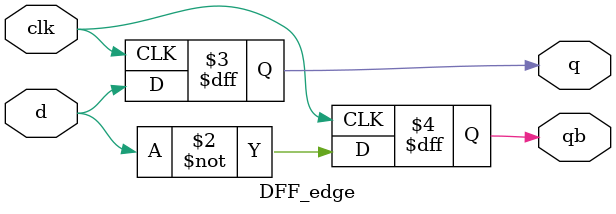
<source format=v>
module DFF_edge(
    input d,clk,
    output q,qb
);
    reg q,qb;
    always @(posedge clk)begin
        q<=d;
        qb<=~d;
    end
endmodule
</source>
